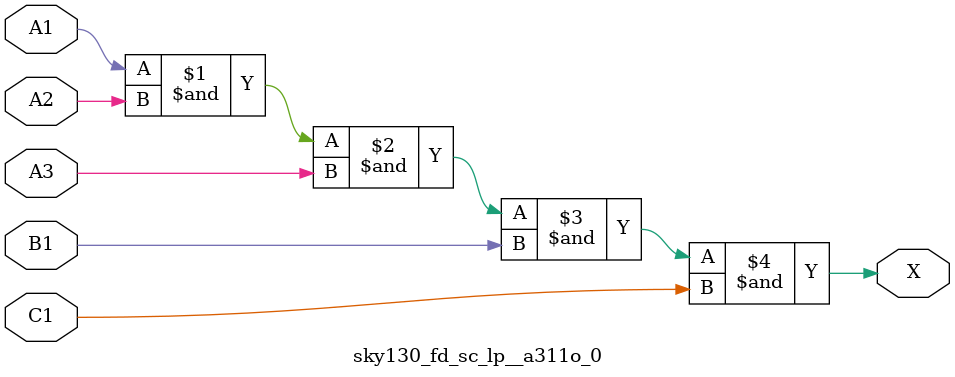
<source format=v>

module three_input_and_gate (
    X,
    A1,
    A2,
    A3
);

    output X;
    input A1;
    input A2;
    input A3;

    // Voltage supply signals
    supply1 VPWR;
    supply0 VGND;
    supply1 VPB ;
    supply0 VNB ;

endmodule

module sky130_fd_sc_lp__a311o_0 (
    output X,
    input A1,
    input A2,
    input A3,
    input B1,
    input C1
);

    assign X = (A1 & A2 & A3 & B1 & C1);

endmodule

</source>
